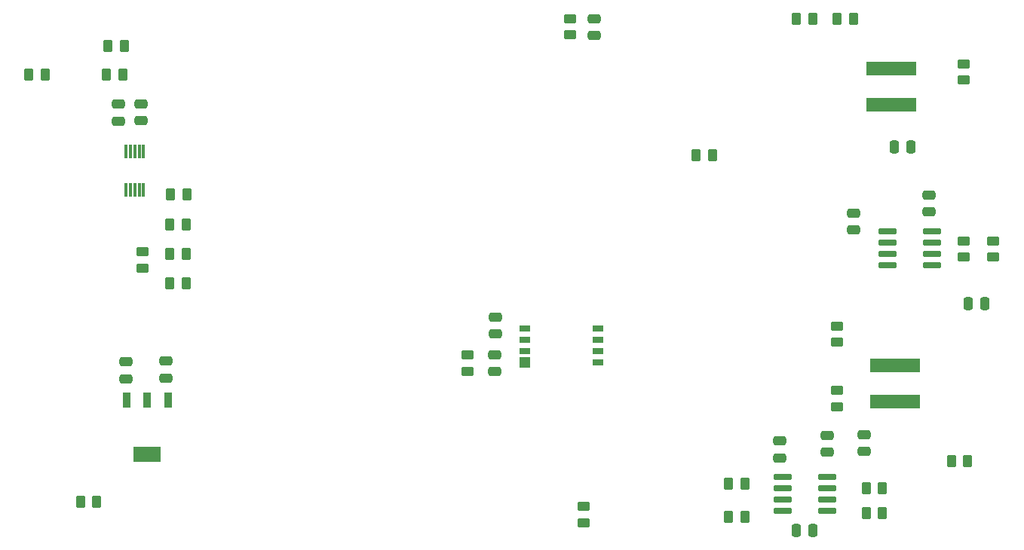
<source format=gbr>
%TF.GenerationSoftware,KiCad,Pcbnew,7.0.10*%
%TF.CreationDate,2024-03-29T22:24:31-04:00*%
%TF.ProjectId,WaveWise_Submersible,57617665-5769-4736-955f-5375626d6572,rev?*%
%TF.SameCoordinates,Original*%
%TF.FileFunction,Paste,Top*%
%TF.FilePolarity,Positive*%
%FSLAX46Y46*%
G04 Gerber Fmt 4.6, Leading zero omitted, Abs format (unit mm)*
G04 Created by KiCad (PCBNEW 7.0.10) date 2024-03-29 22:24:31*
%MOMM*%
%LPD*%
G01*
G04 APERTURE LIST*
G04 Aperture macros list*
%AMRoundRect*
0 Rectangle with rounded corners*
0 $1 Rounding radius*
0 $2 $3 $4 $5 $6 $7 $8 $9 X,Y pos of 4 corners*
0 Add a 4 corners polygon primitive as box body*
4,1,4,$2,$3,$4,$5,$6,$7,$8,$9,$2,$3,0*
0 Add four circle primitives for the rounded corners*
1,1,$1+$1,$2,$3*
1,1,$1+$1,$4,$5*
1,1,$1+$1,$6,$7*
1,1,$1+$1,$8,$9*
0 Add four rect primitives between the rounded corners*
20,1,$1+$1,$2,$3,$4,$5,0*
20,1,$1+$1,$4,$5,$6,$7,0*
20,1,$1+$1,$6,$7,$8,$9,0*
20,1,$1+$1,$8,$9,$2,$3,0*%
G04 Aperture macros list end*
%ADD10RoundRect,0.250000X-0.262500X-0.450000X0.262500X-0.450000X0.262500X0.450000X-0.262500X0.450000X0*%
%ADD11RoundRect,0.250000X-0.450000X0.262500X-0.450000X-0.262500X0.450000X-0.262500X0.450000X0.262500X0*%
%ADD12RoundRect,0.250000X0.262500X0.450000X-0.262500X0.450000X-0.262500X-0.450000X0.262500X-0.450000X0*%
%ADD13R,5.600000X1.550000*%
%ADD14RoundRect,0.250000X0.250000X0.475000X-0.250000X0.475000X-0.250000X-0.475000X0.250000X-0.475000X0*%
%ADD15RoundRect,0.250000X0.475000X-0.250000X0.475000X0.250000X-0.475000X0.250000X-0.475000X-0.250000X0*%
%ADD16RoundRect,0.250000X-0.475000X0.250000X-0.475000X-0.250000X0.475000X-0.250000X0.475000X0.250000X0*%
%ADD17RoundRect,0.011200X0.128800X-0.723800X0.128800X0.723800X-0.128800X0.723800X-0.128800X-0.723800X0*%
%ADD18R,0.850800X1.761200*%
%ADD19R,3.150799X1.761200*%
%ADD20RoundRect,0.250000X0.450000X-0.262500X0.450000X0.262500X-0.450000X0.262500X-0.450000X-0.262500X0*%
%ADD21RoundRect,0.042000X-0.943000X-0.258000X0.943000X-0.258000X0.943000X0.258000X-0.943000X0.258000X0*%
%ADD22R,1.200000X0.800000*%
%ADD23R,1.200000X1.200000*%
G04 APERTURE END LIST*
D10*
%TO.C,R23*%
X57710700Y-49326800D03*
X59535700Y-49326800D03*
%TD*%
%TO.C,R11*%
X145391500Y-79248000D03*
X147216500Y-79248000D03*
%TD*%
D11*
%TO.C,R27*%
X132588000Y-71350500D03*
X132588000Y-73175500D03*
%TD*%
D12*
%TO.C,R15*%
X49426500Y-83820000D03*
X47601500Y-83820000D03*
%TD*%
D13*
%TO.C,L1*%
X139039600Y-68536200D03*
X139039600Y-72586200D03*
%TD*%
D14*
%TO.C,C14*%
X140853200Y-43992800D03*
X138953200Y-43992800D03*
%TD*%
D15*
%TO.C,C1*%
X142900400Y-51292800D03*
X142900400Y-49392800D03*
%TD*%
D11*
%TO.C,R6*%
X91084400Y-67349700D03*
X91084400Y-69174700D03*
%TD*%
D16*
%TO.C,C2*%
X94234000Y-63093600D03*
X94234000Y-64993600D03*
%TD*%
D12*
%TO.C,R21*%
X52372900Y-35814000D03*
X50547900Y-35814000D03*
%TD*%
D11*
%TO.C,R13*%
X150114000Y-54522500D03*
X150114000Y-56347500D03*
%TD*%
D14*
%TO.C,C16*%
X149159000Y-61595000D03*
X147259000Y-61595000D03*
%TD*%
D16*
%TO.C,C3*%
X94132400Y-67325200D03*
X94132400Y-69225200D03*
%TD*%
D12*
%TO.C,R20*%
X52525300Y-32664400D03*
X50700300Y-32664400D03*
%TD*%
D15*
%TO.C,C11*%
X57226200Y-69936400D03*
X57226200Y-68036400D03*
%TD*%
%TO.C,C6*%
X54406800Y-41031200D03*
X54406800Y-39131200D03*
%TD*%
D17*
%TO.C,U1*%
X52695600Y-48784400D03*
X53195600Y-48784400D03*
X53695600Y-48784400D03*
X54195600Y-48784400D03*
X54695600Y-48784400D03*
X54695600Y-44484400D03*
X54195600Y-44484400D03*
X53695600Y-44484400D03*
X53195600Y-44484400D03*
X52695600Y-44484400D03*
%TD*%
D18*
%TO.C,U10*%
X57418000Y-72440800D03*
X55118000Y-72440800D03*
X52818000Y-72440800D03*
D19*
X55118000Y-78490800D03*
%TD*%
D20*
%TO.C,R10*%
X146812000Y-36472500D03*
X146812000Y-34647500D03*
%TD*%
D15*
%TO.C,C9*%
X52679600Y-70026600D03*
X52679600Y-68126600D03*
%TD*%
D14*
%TO.C,C13*%
X129880400Y-87071200D03*
X127980400Y-87071200D03*
%TD*%
D11*
%TO.C,R24*%
X132588000Y-64111500D03*
X132588000Y-65936500D03*
%TD*%
D20*
%TO.C,R19*%
X54610000Y-57605300D03*
X54610000Y-55780300D03*
%TD*%
D11*
%TO.C,R9*%
X102565200Y-29567500D03*
X102565200Y-31392500D03*
%TD*%
D20*
%TO.C,R14*%
X104140000Y-86193500D03*
X104140000Y-84368500D03*
%TD*%
D10*
%TO.C,R4*%
X120397900Y-85547200D03*
X122222900Y-85547200D03*
%TD*%
%TO.C,R1*%
X57659900Y-59283600D03*
X59484900Y-59283600D03*
%TD*%
D12*
%TO.C,R25*%
X134413000Y-29616400D03*
X132588000Y-29616400D03*
%TD*%
D15*
%TO.C,C10*%
X135636000Y-78216800D03*
X135636000Y-76316800D03*
%TD*%
D12*
%TO.C,R8*%
X43648500Y-35814000D03*
X41823500Y-35814000D03*
%TD*%
D11*
%TO.C,R12*%
X146812000Y-54522500D03*
X146812000Y-56347500D03*
%TD*%
D10*
%TO.C,R3*%
X57659900Y-52730400D03*
X59484900Y-52730400D03*
%TD*%
D21*
%TO.C,U3*%
X126495000Y-81090000D03*
X126495000Y-82360000D03*
X126495000Y-83630000D03*
X126495000Y-84900000D03*
X131445000Y-84900000D03*
X131445000Y-83630000D03*
X131445000Y-82360000D03*
X131445000Y-81090000D03*
%TD*%
%TO.C,U5*%
X138241000Y-53467000D03*
X138241000Y-54737000D03*
X138241000Y-56007000D03*
X138241000Y-57277000D03*
X143191000Y-57277000D03*
X143191000Y-56007000D03*
X143191000Y-54737000D03*
X143191000Y-53467000D03*
%TD*%
D15*
%TO.C,C4*%
X131419600Y-78282800D03*
X131419600Y-76382800D03*
%TD*%
D12*
%TO.C,R5*%
X137668000Y-82346800D03*
X135843000Y-82346800D03*
%TD*%
D13*
%TO.C,L2*%
X138684000Y-35153600D03*
X138684000Y-39203600D03*
%TD*%
D16*
%TO.C,C5*%
X51866800Y-39182000D03*
X51866800Y-41082000D03*
%TD*%
D12*
%TO.C,R7*%
X137666100Y-85090000D03*
X135841100Y-85090000D03*
%TD*%
D15*
%TO.C,C15*%
X134416800Y-53324800D03*
X134416800Y-51424800D03*
%TD*%
D22*
%TO.C,U2*%
X105700000Y-68199000D03*
X105700000Y-66929000D03*
X105700000Y-65659000D03*
X105700000Y-64389000D03*
X97500000Y-64389000D03*
X97500000Y-65659000D03*
X97500000Y-66929000D03*
D23*
X97500000Y-68199000D03*
%TD*%
D10*
%TO.C,R2*%
X120372500Y-81788000D03*
X122197500Y-81788000D03*
%TD*%
%TO.C,R22*%
X57659900Y-56032400D03*
X59484900Y-56032400D03*
%TD*%
D12*
%TO.C,R26*%
X129842900Y-29616400D03*
X128017900Y-29616400D03*
%TD*%
D10*
%TO.C,R17*%
X116716800Y-44907200D03*
X118541800Y-44907200D03*
%TD*%
D15*
%TO.C,C12*%
X126136400Y-78928000D03*
X126136400Y-77028000D03*
%TD*%
D16*
%TO.C,C17*%
X105308400Y-29565600D03*
X105308400Y-31465600D03*
%TD*%
M02*

</source>
